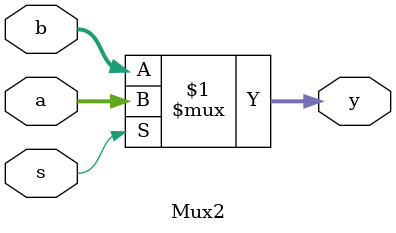
<source format=v>
`timescale 1ns / 1ps


module Mux2 #(parameter WIDTH = 32)(
    input wire [WIDTH-1:0] a,
    input wire [WIDTH-1:0] b,
    input wire s,
    output wire [WIDTH-1:0] y
    );

    assign y = s ? a : b;
endmodule

</source>
